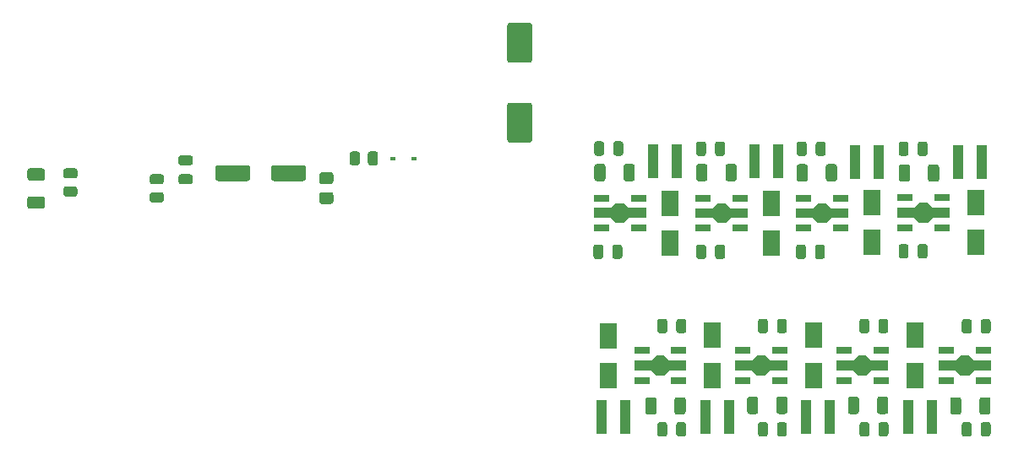
<source format=gtp>
G04 #@! TF.GenerationSoftware,KiCad,Pcbnew,5.1.12-84ad8e8a86~92~ubuntu20.04.1*
G04 #@! TF.CreationDate,2021-11-06T19:01:57+01:00*
G04 #@! TF.ProjectId,CC dimmer low voltage,43432064-696d-46d6-9572-206c6f772076,0.99*
G04 #@! TF.SameCoordinates,Original*
G04 #@! TF.FileFunction,Paste,Top*
G04 #@! TF.FilePolarity,Positive*
%FSLAX46Y46*%
G04 Gerber Fmt 4.6, Leading zero omitted, Abs format (unit mm)*
G04 Created by KiCad (PCBNEW 5.1.12-84ad8e8a86~92~ubuntu20.04.1) date 2021-11-06 19:01:57*
%MOMM*%
%LPD*%
G01*
G04 APERTURE LIST*
%ADD10R,0.980000X3.400000*%
%ADD11R,1.800000X2.500000*%
%ADD12R,0.600000X0.450000*%
%ADD13C,0.150000*%
%ADD14R,1.500000X0.700000*%
G04 APERTURE END LIST*
G36*
G01*
X164092000Y-78040000D02*
X164092000Y-77090000D01*
G75*
G02*
X164342000Y-76840000I250000J0D01*
G01*
X164842000Y-76840000D01*
G75*
G02*
X165092000Y-77090000I0J-250000D01*
G01*
X165092000Y-78040000D01*
G75*
G02*
X164842000Y-78290000I-250000J0D01*
G01*
X164342000Y-78290000D01*
G75*
G02*
X164092000Y-78040000I0J250000D01*
G01*
G37*
G36*
G01*
X162192000Y-78040000D02*
X162192000Y-77090000D01*
G75*
G02*
X162442000Y-76840000I250000J0D01*
G01*
X162942000Y-76840000D01*
G75*
G02*
X163192000Y-77090000I0J-250000D01*
G01*
X163192000Y-78040000D01*
G75*
G02*
X162942000Y-78290000I-250000J0D01*
G01*
X162442000Y-78290000D01*
G75*
G02*
X162192000Y-78040000I0J250000D01*
G01*
G37*
D10*
X163029000Y-94106600D03*
X165399000Y-94106600D03*
X173417600Y-94106600D03*
X175787600Y-94106600D03*
X183535600Y-94106600D03*
X185905600Y-94106600D03*
X193763000Y-94106600D03*
X196133000Y-94106600D03*
X201136800Y-68528800D03*
X198766800Y-68528800D03*
X190799000Y-68528800D03*
X188429000Y-68528800D03*
X180715200Y-68478000D03*
X178345200Y-68478000D03*
X170529800Y-68503400D03*
X168159800Y-68503400D03*
D11*
X194440000Y-85959800D03*
X194440000Y-89959800D03*
X174094600Y-89959800D03*
X174094600Y-85959800D03*
G36*
G01*
X162281400Y-67683000D02*
X162281400Y-66733000D01*
G75*
G02*
X162531400Y-66483000I250000J0D01*
G01*
X163031400Y-66483000D01*
G75*
G02*
X163281400Y-66733000I0J-250000D01*
G01*
X163281400Y-67683000D01*
G75*
G02*
X163031400Y-67933000I-250000J0D01*
G01*
X162531400Y-67933000D01*
G75*
G02*
X162281400Y-67683000I0J250000D01*
G01*
G37*
G36*
G01*
X164181400Y-67683000D02*
X164181400Y-66733000D01*
G75*
G02*
X164431400Y-66483000I250000J0D01*
G01*
X164931400Y-66483000D01*
G75*
G02*
X165181400Y-66733000I0J-250000D01*
G01*
X165181400Y-67683000D01*
G75*
G02*
X164931400Y-67933000I-250000J0D01*
G01*
X164431400Y-67933000D01*
G75*
G02*
X164181400Y-67683000I0J250000D01*
G01*
G37*
G36*
G01*
X172492200Y-78046200D02*
X172492200Y-77096200D01*
G75*
G02*
X172742200Y-76846200I250000J0D01*
G01*
X173242200Y-76846200D01*
G75*
G02*
X173492200Y-77096200I0J-250000D01*
G01*
X173492200Y-78046200D01*
G75*
G02*
X173242200Y-78296200I-250000J0D01*
G01*
X172742200Y-78296200D01*
G75*
G02*
X172492200Y-78046200I0J250000D01*
G01*
G37*
G36*
G01*
X174392200Y-78046200D02*
X174392200Y-77096200D01*
G75*
G02*
X174642200Y-76846200I250000J0D01*
G01*
X175142200Y-76846200D01*
G75*
G02*
X175392200Y-77096200I0J-250000D01*
G01*
X175392200Y-78046200D01*
G75*
G02*
X175142200Y-78296200I-250000J0D01*
G01*
X174642200Y-78296200D01*
G75*
G02*
X174392200Y-78046200I0J250000D01*
G01*
G37*
G36*
G01*
X172492200Y-67708400D02*
X172492200Y-66758400D01*
G75*
G02*
X172742200Y-66508400I250000J0D01*
G01*
X173242200Y-66508400D01*
G75*
G02*
X173492200Y-66758400I0J-250000D01*
G01*
X173492200Y-67708400D01*
G75*
G02*
X173242200Y-67958400I-250000J0D01*
G01*
X172742200Y-67958400D01*
G75*
G02*
X172492200Y-67708400I0J250000D01*
G01*
G37*
G36*
G01*
X174392200Y-67708400D02*
X174392200Y-66758400D01*
G75*
G02*
X174642200Y-66508400I250000J0D01*
G01*
X175142200Y-66508400D01*
G75*
G02*
X175392200Y-66758400I0J-250000D01*
G01*
X175392200Y-67708400D01*
G75*
G02*
X175142200Y-67958400I-250000J0D01*
G01*
X174642200Y-67958400D01*
G75*
G02*
X174392200Y-67708400I0J250000D01*
G01*
G37*
G36*
G01*
X182499800Y-78046200D02*
X182499800Y-77096200D01*
G75*
G02*
X182749800Y-76846200I250000J0D01*
G01*
X183249800Y-76846200D01*
G75*
G02*
X183499800Y-77096200I0J-250000D01*
G01*
X183499800Y-78046200D01*
G75*
G02*
X183249800Y-78296200I-250000J0D01*
G01*
X182749800Y-78296200D01*
G75*
G02*
X182499800Y-78046200I0J250000D01*
G01*
G37*
G36*
G01*
X184399800Y-78046200D02*
X184399800Y-77096200D01*
G75*
G02*
X184649800Y-76846200I250000J0D01*
G01*
X185149800Y-76846200D01*
G75*
G02*
X185399800Y-77096200I0J-250000D01*
G01*
X185399800Y-78046200D01*
G75*
G02*
X185149800Y-78296200I-250000J0D01*
G01*
X184649800Y-78296200D01*
G75*
G02*
X184399800Y-78046200I0J250000D01*
G01*
G37*
G36*
G01*
X184476000Y-67708400D02*
X184476000Y-66758400D01*
G75*
G02*
X184726000Y-66508400I250000J0D01*
G01*
X185226000Y-66508400D01*
G75*
G02*
X185476000Y-66758400I0J-250000D01*
G01*
X185476000Y-67708400D01*
G75*
G02*
X185226000Y-67958400I-250000J0D01*
G01*
X184726000Y-67958400D01*
G75*
G02*
X184476000Y-67708400I0J250000D01*
G01*
G37*
G36*
G01*
X182576000Y-67708400D02*
X182576000Y-66758400D01*
G75*
G02*
X182826000Y-66508400I250000J0D01*
G01*
X183326000Y-66508400D01*
G75*
G02*
X183576000Y-66758400I0J-250000D01*
G01*
X183576000Y-67708400D01*
G75*
G02*
X183326000Y-67958400I-250000J0D01*
G01*
X182826000Y-67958400D01*
G75*
G02*
X182576000Y-67708400I0J250000D01*
G01*
G37*
G36*
G01*
X194686800Y-77995400D02*
X194686800Y-77045400D01*
G75*
G02*
X194936800Y-76795400I250000J0D01*
G01*
X195436800Y-76795400D01*
G75*
G02*
X195686800Y-77045400I0J-250000D01*
G01*
X195686800Y-77995400D01*
G75*
G02*
X195436800Y-78245400I-250000J0D01*
G01*
X194936800Y-78245400D01*
G75*
G02*
X194686800Y-77995400I0J250000D01*
G01*
G37*
G36*
G01*
X192786800Y-77995400D02*
X192786800Y-77045400D01*
G75*
G02*
X193036800Y-76795400I250000J0D01*
G01*
X193536800Y-76795400D01*
G75*
G02*
X193786800Y-77045400I0J-250000D01*
G01*
X193786800Y-77995400D01*
G75*
G02*
X193536800Y-78245400I-250000J0D01*
G01*
X193036800Y-78245400D01*
G75*
G02*
X192786800Y-77995400I0J250000D01*
G01*
G37*
G36*
G01*
X192786800Y-67708400D02*
X192786800Y-66758400D01*
G75*
G02*
X193036800Y-66508400I250000J0D01*
G01*
X193536800Y-66508400D01*
G75*
G02*
X193786800Y-66758400I0J-250000D01*
G01*
X193786800Y-67708400D01*
G75*
G02*
X193536800Y-67958400I-250000J0D01*
G01*
X193036800Y-67958400D01*
G75*
G02*
X192786800Y-67708400I0J250000D01*
G01*
G37*
G36*
G01*
X194686800Y-67708400D02*
X194686800Y-66758400D01*
G75*
G02*
X194936800Y-66508400I250000J0D01*
G01*
X195436800Y-66508400D01*
G75*
G02*
X195686800Y-66758400I0J-250000D01*
G01*
X195686800Y-67708400D01*
G75*
G02*
X195436800Y-67958400I-250000J0D01*
G01*
X194936800Y-67958400D01*
G75*
G02*
X194686800Y-67708400I0J250000D01*
G01*
G37*
G36*
G01*
X200111400Y-84563800D02*
X200111400Y-85513800D01*
G75*
G02*
X199861400Y-85763800I-250000J0D01*
G01*
X199361400Y-85763800D01*
G75*
G02*
X199111400Y-85513800I0J250000D01*
G01*
X199111400Y-84563800D01*
G75*
G02*
X199361400Y-84313800I250000J0D01*
G01*
X199861400Y-84313800D01*
G75*
G02*
X200111400Y-84563800I0J-250000D01*
G01*
G37*
G36*
G01*
X202011400Y-84563800D02*
X202011400Y-85513800D01*
G75*
G02*
X201761400Y-85763800I-250000J0D01*
G01*
X201261400Y-85763800D01*
G75*
G02*
X201011400Y-85513800I0J250000D01*
G01*
X201011400Y-84563800D01*
G75*
G02*
X201261400Y-84313800I250000J0D01*
G01*
X201761400Y-84313800D01*
G75*
G02*
X202011400Y-84563800I0J-250000D01*
G01*
G37*
G36*
G01*
X202011400Y-94901600D02*
X202011400Y-95851600D01*
G75*
G02*
X201761400Y-96101600I-250000J0D01*
G01*
X201261400Y-96101600D01*
G75*
G02*
X201011400Y-95851600I0J250000D01*
G01*
X201011400Y-94901600D01*
G75*
G02*
X201261400Y-94651600I250000J0D01*
G01*
X201761400Y-94651600D01*
G75*
G02*
X202011400Y-94901600I0J-250000D01*
G01*
G37*
G36*
G01*
X200111400Y-94901600D02*
X200111400Y-95851600D01*
G75*
G02*
X199861400Y-96101600I-250000J0D01*
G01*
X199361400Y-96101600D01*
G75*
G02*
X199111400Y-95851600I0J250000D01*
G01*
X199111400Y-94901600D01*
G75*
G02*
X199361400Y-94651600I250000J0D01*
G01*
X199861400Y-94651600D01*
G75*
G02*
X200111400Y-94901600I0J-250000D01*
G01*
G37*
G36*
G01*
X189849800Y-84538400D02*
X189849800Y-85488400D01*
G75*
G02*
X189599800Y-85738400I-250000J0D01*
G01*
X189099800Y-85738400D01*
G75*
G02*
X188849800Y-85488400I0J250000D01*
G01*
X188849800Y-84538400D01*
G75*
G02*
X189099800Y-84288400I250000J0D01*
G01*
X189599800Y-84288400D01*
G75*
G02*
X189849800Y-84538400I0J-250000D01*
G01*
G37*
G36*
G01*
X191749800Y-84538400D02*
X191749800Y-85488400D01*
G75*
G02*
X191499800Y-85738400I-250000J0D01*
G01*
X190999800Y-85738400D01*
G75*
G02*
X190749800Y-85488400I0J250000D01*
G01*
X190749800Y-84538400D01*
G75*
G02*
X190999800Y-84288400I250000J0D01*
G01*
X191499800Y-84288400D01*
G75*
G02*
X191749800Y-84538400I0J-250000D01*
G01*
G37*
G36*
G01*
X189865000Y-94901600D02*
X189865000Y-95851600D01*
G75*
G02*
X189615000Y-96101600I-250000J0D01*
G01*
X189115000Y-96101600D01*
G75*
G02*
X188865000Y-95851600I0J250000D01*
G01*
X188865000Y-94901600D01*
G75*
G02*
X189115000Y-94651600I250000J0D01*
G01*
X189615000Y-94651600D01*
G75*
G02*
X189865000Y-94901600I0J-250000D01*
G01*
G37*
G36*
G01*
X191765000Y-94901600D02*
X191765000Y-95851600D01*
G75*
G02*
X191515000Y-96101600I-250000J0D01*
G01*
X191015000Y-96101600D01*
G75*
G02*
X190765000Y-95851600I0J250000D01*
G01*
X190765000Y-94901600D01*
G75*
G02*
X191015000Y-94651600I250000J0D01*
G01*
X191515000Y-94651600D01*
G75*
G02*
X191765000Y-94901600I0J-250000D01*
G01*
G37*
G36*
G01*
X181589800Y-84538400D02*
X181589800Y-85488400D01*
G75*
G02*
X181339800Y-85738400I-250000J0D01*
G01*
X180839800Y-85738400D01*
G75*
G02*
X180589800Y-85488400I0J250000D01*
G01*
X180589800Y-84538400D01*
G75*
G02*
X180839800Y-84288400I250000J0D01*
G01*
X181339800Y-84288400D01*
G75*
G02*
X181589800Y-84538400I0J-250000D01*
G01*
G37*
G36*
G01*
X179689800Y-84538400D02*
X179689800Y-85488400D01*
G75*
G02*
X179439800Y-85738400I-250000J0D01*
G01*
X178939800Y-85738400D01*
G75*
G02*
X178689800Y-85488400I0J250000D01*
G01*
X178689800Y-84538400D01*
G75*
G02*
X178939800Y-84288400I250000J0D01*
G01*
X179439800Y-84288400D01*
G75*
G02*
X179689800Y-84538400I0J-250000D01*
G01*
G37*
G36*
G01*
X179689800Y-94901600D02*
X179689800Y-95851600D01*
G75*
G02*
X179439800Y-96101600I-250000J0D01*
G01*
X178939800Y-96101600D01*
G75*
G02*
X178689800Y-95851600I0J250000D01*
G01*
X178689800Y-94901600D01*
G75*
G02*
X178939800Y-94651600I250000J0D01*
G01*
X179439800Y-94651600D01*
G75*
G02*
X179689800Y-94901600I0J-250000D01*
G01*
G37*
G36*
G01*
X181589800Y-94901600D02*
X181589800Y-95851600D01*
G75*
G02*
X181339800Y-96101600I-250000J0D01*
G01*
X180839800Y-96101600D01*
G75*
G02*
X180589800Y-95851600I0J250000D01*
G01*
X180589800Y-94901600D01*
G75*
G02*
X180839800Y-94651600I250000J0D01*
G01*
X181339800Y-94651600D01*
G75*
G02*
X181589800Y-94901600I0J-250000D01*
G01*
G37*
G36*
G01*
X169606000Y-84538400D02*
X169606000Y-85488400D01*
G75*
G02*
X169356000Y-85738400I-250000J0D01*
G01*
X168856000Y-85738400D01*
G75*
G02*
X168606000Y-85488400I0J250000D01*
G01*
X168606000Y-84538400D01*
G75*
G02*
X168856000Y-84288400I250000J0D01*
G01*
X169356000Y-84288400D01*
G75*
G02*
X169606000Y-84538400I0J-250000D01*
G01*
G37*
G36*
G01*
X171506000Y-84538400D02*
X171506000Y-85488400D01*
G75*
G02*
X171256000Y-85738400I-250000J0D01*
G01*
X170756000Y-85738400D01*
G75*
G02*
X170506000Y-85488400I0J250000D01*
G01*
X170506000Y-84538400D01*
G75*
G02*
X170756000Y-84288400I250000J0D01*
G01*
X171256000Y-84288400D01*
G75*
G02*
X171506000Y-84538400I0J-250000D01*
G01*
G37*
G36*
G01*
X171495800Y-94901600D02*
X171495800Y-95851600D01*
G75*
G02*
X171245800Y-96101600I-250000J0D01*
G01*
X170745800Y-96101600D01*
G75*
G02*
X170495800Y-95851600I0J250000D01*
G01*
X170495800Y-94901600D01*
G75*
G02*
X170745800Y-94651600I250000J0D01*
G01*
X171245800Y-94651600D01*
G75*
G02*
X171495800Y-94901600I0J-250000D01*
G01*
G37*
G36*
G01*
X169595800Y-94901600D02*
X169595800Y-95851600D01*
G75*
G02*
X169345800Y-96101600I-250000J0D01*
G01*
X168845800Y-96101600D01*
G75*
G02*
X168595800Y-95851600I0J250000D01*
G01*
X168595800Y-94901600D01*
G75*
G02*
X168845800Y-94651600I250000J0D01*
G01*
X169345800Y-94651600D01*
G75*
G02*
X169595800Y-94901600I0J-250000D01*
G01*
G37*
G36*
G01*
X155816000Y-66604000D02*
X153816000Y-66604000D01*
G75*
G02*
X153566000Y-66354000I0J250000D01*
G01*
X153566000Y-62854000D01*
G75*
G02*
X153816000Y-62604000I250000J0D01*
G01*
X155816000Y-62604000D01*
G75*
G02*
X156066000Y-62854000I0J-250000D01*
G01*
X156066000Y-66354000D01*
G75*
G02*
X155816000Y-66604000I-250000J0D01*
G01*
G37*
G36*
G01*
X155816000Y-58604000D02*
X153816000Y-58604000D01*
G75*
G02*
X153566000Y-58354000I0J250000D01*
G01*
X153566000Y-54854000D01*
G75*
G02*
X153816000Y-54604000I250000J0D01*
G01*
X155816000Y-54604000D01*
G75*
G02*
X156066000Y-54854000I0J-250000D01*
G01*
X156066000Y-58354000D01*
G75*
G02*
X155816000Y-58604000I-250000J0D01*
G01*
G37*
G36*
G01*
X133407200Y-69121800D02*
X133407200Y-70221800D01*
G75*
G02*
X133157200Y-70471800I-250000J0D01*
G01*
X130157200Y-70471800D01*
G75*
G02*
X129907200Y-70221800I0J250000D01*
G01*
X129907200Y-69121800D01*
G75*
G02*
X130157200Y-68871800I250000J0D01*
G01*
X133157200Y-68871800D01*
G75*
G02*
X133407200Y-69121800I0J-250000D01*
G01*
G37*
G36*
G01*
X127807200Y-69121800D02*
X127807200Y-70221800D01*
G75*
G02*
X127557200Y-70471800I-250000J0D01*
G01*
X124557200Y-70471800D01*
G75*
G02*
X124307200Y-70221800I0J250000D01*
G01*
X124307200Y-69121800D01*
G75*
G02*
X124557200Y-68871800I250000J0D01*
G01*
X127557200Y-68871800D01*
G75*
G02*
X127807200Y-69121800I0J-250000D01*
G01*
G37*
G36*
G01*
X121813800Y-70791600D02*
X120863800Y-70791600D01*
G75*
G02*
X120613800Y-70541600I0J250000D01*
G01*
X120613800Y-70041600D01*
G75*
G02*
X120863800Y-69791600I250000J0D01*
G01*
X121813800Y-69791600D01*
G75*
G02*
X122063800Y-70041600I0J-250000D01*
G01*
X122063800Y-70541600D01*
G75*
G02*
X121813800Y-70791600I-250000J0D01*
G01*
G37*
G36*
G01*
X121813800Y-68891600D02*
X120863800Y-68891600D01*
G75*
G02*
X120613800Y-68641600I0J250000D01*
G01*
X120613800Y-68141600D01*
G75*
G02*
X120863800Y-67891600I250000J0D01*
G01*
X121813800Y-67891600D01*
G75*
G02*
X122063800Y-68141600I0J-250000D01*
G01*
X122063800Y-68641600D01*
G75*
G02*
X121813800Y-68891600I-250000J0D01*
G01*
G37*
X169852800Y-76675600D03*
X169852800Y-72675600D03*
X180072000Y-76675000D03*
X180072000Y-72675000D03*
X190096600Y-76624800D03*
X190096600Y-72624800D03*
X200485200Y-72650200D03*
X200485200Y-76650200D03*
X184229200Y-89959800D03*
X184229200Y-85959800D03*
X163706000Y-89985200D03*
X163706000Y-85985200D03*
D12*
X144207400Y-68198600D03*
X142107400Y-68198600D03*
G36*
G01*
X106977800Y-73246200D02*
X105727800Y-73246200D01*
G75*
G02*
X105477800Y-72996200I0J250000D01*
G01*
X105477800Y-72246200D01*
G75*
G02*
X105727800Y-71996200I250000J0D01*
G01*
X106977800Y-71996200D01*
G75*
G02*
X107227800Y-72246200I0J-250000D01*
G01*
X107227800Y-72996200D01*
G75*
G02*
X106977800Y-73246200I-250000J0D01*
G01*
G37*
G36*
G01*
X106977800Y-70446200D02*
X105727800Y-70446200D01*
G75*
G02*
X105477800Y-70196200I0J250000D01*
G01*
X105477800Y-69446200D01*
G75*
G02*
X105727800Y-69196200I250000J0D01*
G01*
X106977800Y-69196200D01*
G75*
G02*
X107227800Y-69446200I0J-250000D01*
G01*
X107227800Y-70196200D01*
G75*
G02*
X106977800Y-70446200I-250000J0D01*
G01*
G37*
G36*
G01*
X134985799Y-69586400D02*
X135885801Y-69586400D01*
G75*
G02*
X136135800Y-69836399I0J-249999D01*
G01*
X136135800Y-70536401D01*
G75*
G02*
X135885801Y-70786400I-249999J0D01*
G01*
X134985799Y-70786400D01*
G75*
G02*
X134735800Y-70536401I0J249999D01*
G01*
X134735800Y-69836399D01*
G75*
G02*
X134985799Y-69586400I249999J0D01*
G01*
G37*
G36*
G01*
X134985799Y-71586400D02*
X135885801Y-71586400D01*
G75*
G02*
X136135800Y-71836399I0J-249999D01*
G01*
X136135800Y-72536401D01*
G75*
G02*
X135885801Y-72786400I-249999J0D01*
G01*
X134985799Y-72786400D01*
G75*
G02*
X134735800Y-72536401I0J249999D01*
G01*
X134735800Y-71836399D01*
G75*
G02*
X134985799Y-71586400I249999J0D01*
G01*
G37*
G36*
G01*
X162290600Y-70246003D02*
X162290600Y-68995997D01*
G75*
G02*
X162540597Y-68746000I249997J0D01*
G01*
X163165603Y-68746000D01*
G75*
G02*
X163415600Y-68995997I0J-249997D01*
G01*
X163415600Y-70246003D01*
G75*
G02*
X163165603Y-70496000I-249997J0D01*
G01*
X162540597Y-70496000D01*
G75*
G02*
X162290600Y-70246003I0J249997D01*
G01*
G37*
G36*
G01*
X165215600Y-70246003D02*
X165215600Y-68995997D01*
G75*
G02*
X165465597Y-68746000I249997J0D01*
G01*
X166090603Y-68746000D01*
G75*
G02*
X166340600Y-68995997I0J-249997D01*
G01*
X166340600Y-70246003D01*
G75*
G02*
X166090603Y-70496000I-249997J0D01*
G01*
X165465597Y-70496000D01*
G75*
G02*
X165215600Y-70246003I0J249997D01*
G01*
G37*
G36*
G01*
X175426400Y-70246003D02*
X175426400Y-68995997D01*
G75*
G02*
X175676397Y-68746000I249997J0D01*
G01*
X176301403Y-68746000D01*
G75*
G02*
X176551400Y-68995997I0J-249997D01*
G01*
X176551400Y-70246003D01*
G75*
G02*
X176301403Y-70496000I-249997J0D01*
G01*
X175676397Y-70496000D01*
G75*
G02*
X175426400Y-70246003I0J249997D01*
G01*
G37*
G36*
G01*
X172501400Y-70246003D02*
X172501400Y-68995997D01*
G75*
G02*
X172751397Y-68746000I249997J0D01*
G01*
X173376403Y-68746000D01*
G75*
G02*
X173626400Y-68995997I0J-249997D01*
G01*
X173626400Y-70246003D01*
G75*
G02*
X173376403Y-70496000I-249997J0D01*
G01*
X172751397Y-70496000D01*
G75*
G02*
X172501400Y-70246003I0J249997D01*
G01*
G37*
G36*
G01*
X185484800Y-70271403D02*
X185484800Y-69021397D01*
G75*
G02*
X185734797Y-68771400I249997J0D01*
G01*
X186359803Y-68771400D01*
G75*
G02*
X186609800Y-69021397I0J-249997D01*
G01*
X186609800Y-70271403D01*
G75*
G02*
X186359803Y-70521400I-249997J0D01*
G01*
X185734797Y-70521400D01*
G75*
G02*
X185484800Y-70271403I0J249997D01*
G01*
G37*
G36*
G01*
X182559800Y-70271403D02*
X182559800Y-69021397D01*
G75*
G02*
X182809797Y-68771400I249997J0D01*
G01*
X183434803Y-68771400D01*
G75*
G02*
X183684800Y-69021397I0J-249997D01*
G01*
X183684800Y-70271403D01*
G75*
G02*
X183434803Y-70521400I-249997J0D01*
G01*
X182809797Y-70521400D01*
G75*
G02*
X182559800Y-70271403I0J249997D01*
G01*
G37*
G36*
G01*
X192796000Y-70296803D02*
X192796000Y-69046797D01*
G75*
G02*
X193045997Y-68796800I249997J0D01*
G01*
X193671003Y-68796800D01*
G75*
G02*
X193921000Y-69046797I0J-249997D01*
G01*
X193921000Y-70296803D01*
G75*
G02*
X193671003Y-70546800I-249997J0D01*
G01*
X193045997Y-70546800D01*
G75*
G02*
X192796000Y-70296803I0J249997D01*
G01*
G37*
G36*
G01*
X195721000Y-70296803D02*
X195721000Y-69046797D01*
G75*
G02*
X195970997Y-68796800I249997J0D01*
G01*
X196596003Y-68796800D01*
G75*
G02*
X196846000Y-69046797I0J-249997D01*
G01*
X196846000Y-70296803D01*
G75*
G02*
X196596003Y-70546800I-249997J0D01*
G01*
X195970997Y-70546800D01*
G75*
G02*
X195721000Y-70296803I0J249997D01*
G01*
G37*
G36*
G01*
X199072000Y-92399997D02*
X199072000Y-93650003D01*
G75*
G02*
X198822003Y-93900000I-249997J0D01*
G01*
X198196997Y-93900000D01*
G75*
G02*
X197947000Y-93650003I0J249997D01*
G01*
X197947000Y-92399997D01*
G75*
G02*
X198196997Y-92150000I249997J0D01*
G01*
X198822003Y-92150000D01*
G75*
G02*
X199072000Y-92399997I0J-249997D01*
G01*
G37*
G36*
G01*
X201997000Y-92399997D02*
X201997000Y-93650003D01*
G75*
G02*
X201747003Y-93900000I-249997J0D01*
G01*
X201121997Y-93900000D01*
G75*
G02*
X200872000Y-93650003I0J249997D01*
G01*
X200872000Y-92399997D01*
G75*
G02*
X201121997Y-92150000I249997J0D01*
G01*
X201747003Y-92150000D01*
G75*
G02*
X201997000Y-92399997I0J-249997D01*
G01*
G37*
G36*
G01*
X191751300Y-92338597D02*
X191751300Y-93588603D01*
G75*
G02*
X191501303Y-93838600I-249997J0D01*
G01*
X190876297Y-93838600D01*
G75*
G02*
X190626300Y-93588603I0J249997D01*
G01*
X190626300Y-92338597D01*
G75*
G02*
X190876297Y-92088600I249997J0D01*
G01*
X191501303Y-92088600D01*
G75*
G02*
X191751300Y-92338597I0J-249997D01*
G01*
G37*
G36*
G01*
X188826300Y-92338597D02*
X188826300Y-93588603D01*
G75*
G02*
X188576303Y-93838600I-249997J0D01*
G01*
X187951297Y-93838600D01*
G75*
G02*
X187701300Y-93588603I0J249997D01*
G01*
X187701300Y-92338597D01*
G75*
G02*
X187951297Y-92088600I249997J0D01*
G01*
X188576303Y-92088600D01*
G75*
G02*
X188826300Y-92338597I0J-249997D01*
G01*
G37*
G36*
G01*
X178722000Y-92338597D02*
X178722000Y-93588603D01*
G75*
G02*
X178472003Y-93838600I-249997J0D01*
G01*
X177846997Y-93838600D01*
G75*
G02*
X177597000Y-93588603I0J249997D01*
G01*
X177597000Y-92338597D01*
G75*
G02*
X177846997Y-92088600I249997J0D01*
G01*
X178472003Y-92088600D01*
G75*
G02*
X178722000Y-92338597I0J-249997D01*
G01*
G37*
G36*
G01*
X181647000Y-92338597D02*
X181647000Y-93588603D01*
G75*
G02*
X181397003Y-93838600I-249997J0D01*
G01*
X180771997Y-93838600D01*
G75*
G02*
X180522000Y-93588603I0J249997D01*
G01*
X180522000Y-92338597D01*
G75*
G02*
X180771997Y-92088600I249997J0D01*
G01*
X181397003Y-92088600D01*
G75*
G02*
X181647000Y-92338597I0J-249997D01*
G01*
G37*
G36*
G01*
X171447000Y-92399997D02*
X171447000Y-93650003D01*
G75*
G02*
X171197003Y-93900000I-249997J0D01*
G01*
X170571997Y-93900000D01*
G75*
G02*
X170322000Y-93650003I0J249997D01*
G01*
X170322000Y-92399997D01*
G75*
G02*
X170571997Y-92150000I249997J0D01*
G01*
X171197003Y-92150000D01*
G75*
G02*
X171447000Y-92399997I0J-249997D01*
G01*
G37*
G36*
G01*
X168522000Y-92399997D02*
X168522000Y-93650003D01*
G75*
G02*
X168272003Y-93900000I-249997J0D01*
G01*
X167646997Y-93900000D01*
G75*
G02*
X167397000Y-93650003I0J249997D01*
G01*
X167397000Y-92399997D01*
G75*
G02*
X167646997Y-92150000I249997J0D01*
G01*
X168272003Y-92150000D01*
G75*
G02*
X168522000Y-92399997I0J-249997D01*
G01*
G37*
G36*
G01*
X117993198Y-69770800D02*
X118893202Y-69770800D01*
G75*
G02*
X119143200Y-70020798I0J-249998D01*
G01*
X119143200Y-70545802D01*
G75*
G02*
X118893202Y-70795800I-249998J0D01*
G01*
X117993198Y-70795800D01*
G75*
G02*
X117743200Y-70545802I0J249998D01*
G01*
X117743200Y-70020798D01*
G75*
G02*
X117993198Y-69770800I249998J0D01*
G01*
G37*
G36*
G01*
X117993198Y-71595800D02*
X118893202Y-71595800D01*
G75*
G02*
X119143200Y-71845798I0J-249998D01*
G01*
X119143200Y-72370802D01*
G75*
G02*
X118893202Y-72620800I-249998J0D01*
G01*
X117993198Y-72620800D01*
G75*
G02*
X117743200Y-72370802I0J249998D01*
G01*
X117743200Y-71845798D01*
G75*
G02*
X117993198Y-71595800I249998J0D01*
G01*
G37*
G36*
G01*
X138795000Y-67748598D02*
X138795000Y-68648602D01*
G75*
G02*
X138545002Y-68898600I-249998J0D01*
G01*
X138019998Y-68898600D01*
G75*
G02*
X137770000Y-68648602I0J249998D01*
G01*
X137770000Y-67748598D01*
G75*
G02*
X138019998Y-67498600I249998J0D01*
G01*
X138545002Y-67498600D01*
G75*
G02*
X138795000Y-67748598I0J-249998D01*
G01*
G37*
G36*
G01*
X140620000Y-67748598D02*
X140620000Y-68648602D01*
G75*
G02*
X140370002Y-68898600I-249998J0D01*
G01*
X139844998Y-68898600D01*
G75*
G02*
X139595000Y-68648602I0J249998D01*
G01*
X139595000Y-67748598D01*
G75*
G02*
X139844998Y-67498600I249998J0D01*
G01*
X140370002Y-67498600D01*
G75*
G02*
X140620000Y-67748598I0J-249998D01*
G01*
G37*
G36*
G01*
X110231802Y-72036600D02*
X109331798Y-72036600D01*
G75*
G02*
X109081800Y-71786602I0J249998D01*
G01*
X109081800Y-71261598D01*
G75*
G02*
X109331798Y-71011600I249998J0D01*
G01*
X110231802Y-71011600D01*
G75*
G02*
X110481800Y-71261598I0J-249998D01*
G01*
X110481800Y-71786602D01*
G75*
G02*
X110231802Y-72036600I-249998J0D01*
G01*
G37*
G36*
G01*
X110231802Y-70211600D02*
X109331798Y-70211600D01*
G75*
G02*
X109081800Y-69961602I0J249998D01*
G01*
X109081800Y-69436598D01*
G75*
G02*
X109331798Y-69186600I249998J0D01*
G01*
X110231802Y-69186600D01*
G75*
G02*
X110481800Y-69436598I0J-249998D01*
G01*
X110481800Y-69961602D01*
G75*
G02*
X110231802Y-70211600I-249998J0D01*
G01*
G37*
D13*
G36*
X163962000Y-74175000D02*
G01*
X162262000Y-74175000D01*
X162262000Y-73175000D01*
X163962000Y-73175000D01*
X164462000Y-72675000D01*
X165262000Y-72675000D01*
X165762000Y-73175000D01*
X167462000Y-73175000D01*
X167462000Y-74175000D01*
X165762000Y-74175000D01*
X165262000Y-74675000D01*
X164462000Y-74675000D01*
X163962000Y-74175000D01*
G37*
D14*
X166712000Y-72175000D03*
X166712000Y-75175000D03*
X163012000Y-72175000D03*
X163012000Y-75175000D03*
D13*
G36*
X174152000Y-74195000D02*
G01*
X172452000Y-74195000D01*
X172452000Y-73195000D01*
X174152000Y-73195000D01*
X174652000Y-72695000D01*
X175452000Y-72695000D01*
X175952000Y-73195000D01*
X177652000Y-73195000D01*
X177652000Y-74195000D01*
X175952000Y-74195000D01*
X175452000Y-74695000D01*
X174652000Y-74695000D01*
X174152000Y-74195000D01*
G37*
D14*
X176902000Y-72195000D03*
X176902000Y-75195000D03*
X173202000Y-72195000D03*
X173202000Y-75195000D03*
D13*
G36*
X184222000Y-74195000D02*
G01*
X182522000Y-74195000D01*
X182522000Y-73195000D01*
X184222000Y-73195000D01*
X184722000Y-72695000D01*
X185522000Y-72695000D01*
X186022000Y-73195000D01*
X187722000Y-73195000D01*
X187722000Y-74195000D01*
X186022000Y-74195000D01*
X185522000Y-74695000D01*
X184722000Y-74695000D01*
X184222000Y-74195000D01*
G37*
D14*
X186972000Y-72195000D03*
X186972000Y-75195000D03*
X183272000Y-72195000D03*
X183272000Y-75195000D03*
D13*
G36*
X194382000Y-74135000D02*
G01*
X192682000Y-74135000D01*
X192682000Y-73135000D01*
X194382000Y-73135000D01*
X194882000Y-72635000D01*
X195682000Y-72635000D01*
X196182000Y-73135000D01*
X197882000Y-73135000D01*
X197882000Y-74135000D01*
X196182000Y-74135000D01*
X195682000Y-74635000D01*
X194882000Y-74635000D01*
X194382000Y-74135000D01*
G37*
D14*
X197132000Y-72135000D03*
X197132000Y-75135000D03*
X193432000Y-72135000D03*
X193432000Y-75135000D03*
X201272000Y-87465000D03*
X201272000Y-90465000D03*
X197572000Y-87465000D03*
X197572000Y-90465000D03*
D13*
G36*
X200322000Y-88465000D02*
G01*
X202022000Y-88465000D01*
X202022000Y-89465000D01*
X200322000Y-89465000D01*
X199822000Y-89965000D01*
X199022000Y-89965000D01*
X198522000Y-89465000D01*
X196822000Y-89465000D01*
X196822000Y-88465000D01*
X198522000Y-88465000D01*
X199022000Y-87965000D01*
X199822000Y-87965000D01*
X200322000Y-88465000D01*
G37*
D14*
X191002000Y-87465000D03*
X191002000Y-90465000D03*
X187302000Y-87465000D03*
X187302000Y-90465000D03*
D13*
G36*
X190052000Y-88465000D02*
G01*
X191752000Y-88465000D01*
X191752000Y-89465000D01*
X190052000Y-89465000D01*
X189552000Y-89965000D01*
X188752000Y-89965000D01*
X188252000Y-89465000D01*
X186552000Y-89465000D01*
X186552000Y-88465000D01*
X188252000Y-88465000D01*
X188752000Y-87965000D01*
X189552000Y-87965000D01*
X190052000Y-88465000D01*
G37*
D14*
X180852000Y-87465000D03*
X180852000Y-90465000D03*
X177152000Y-87465000D03*
X177152000Y-90465000D03*
D13*
G36*
X179902000Y-88465000D02*
G01*
X181602000Y-88465000D01*
X181602000Y-89465000D01*
X179902000Y-89465000D01*
X179402000Y-89965000D01*
X178602000Y-89965000D01*
X178102000Y-89465000D01*
X176402000Y-89465000D01*
X176402000Y-88465000D01*
X178102000Y-88465000D01*
X178602000Y-87965000D01*
X179402000Y-87965000D01*
X179902000Y-88465000D01*
G37*
D14*
X170752000Y-87485000D03*
X170752000Y-90485000D03*
X167052000Y-87485000D03*
X167052000Y-90485000D03*
D13*
G36*
X169802000Y-88485000D02*
G01*
X171502000Y-88485000D01*
X171502000Y-89485000D01*
X169802000Y-89485000D01*
X169302000Y-89985000D01*
X168502000Y-89985000D01*
X168002000Y-89485000D01*
X166302000Y-89485000D01*
X166302000Y-88485000D01*
X168002000Y-88485000D01*
X168502000Y-87985000D01*
X169302000Y-87985000D01*
X169802000Y-88485000D01*
G37*
M02*

</source>
